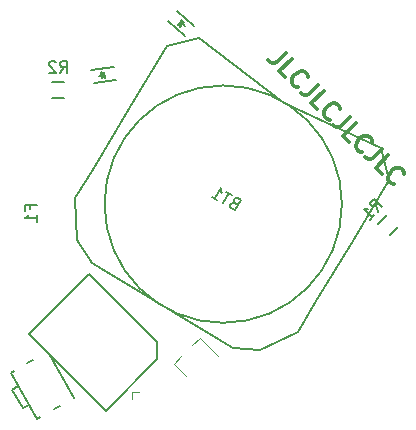
<source format=gbo>
G04 #@! TF.FileFunction,Legend,Bot*
%FSLAX46Y46*%
G04 Gerber Fmt 4.6, Leading zero omitted, Abs format (unit mm)*
G04 Created by KiCad (PCBNEW 4.0.5+dfsg1-4) date Sun Sep 22 01:50:27 2019*
%MOMM*%
%LPD*%
G01*
G04 APERTURE LIST*
%ADD10C,0.100000*%
%ADD11C,0.300000*%
%ADD12C,0.120000*%
%ADD13C,0.150000*%
G04 APERTURE END LIST*
D10*
D11*
X159461598Y-87509922D02*
X158703983Y-88267536D01*
X158501953Y-88368552D01*
X158299922Y-88368552D01*
X158097892Y-88267536D01*
X157996877Y-88166521D01*
X159411091Y-89580735D02*
X158906014Y-89075658D01*
X159966674Y-88014998D01*
X160471751Y-90439365D02*
X160370735Y-90439365D01*
X160168705Y-90338349D01*
X160067689Y-90237334D01*
X159966674Y-90035304D01*
X159966674Y-89833273D01*
X160017181Y-89681751D01*
X160168705Y-89429212D01*
X160320227Y-89277689D01*
X160572766Y-89126166D01*
X160724288Y-89075658D01*
X160926319Y-89075659D01*
X161128350Y-89176674D01*
X161229365Y-89277689D01*
X161330380Y-89479720D01*
X161330380Y-89580736D01*
X162189010Y-90237334D02*
X161431395Y-90994948D01*
X161229365Y-91095964D01*
X161027334Y-91095964D01*
X160825304Y-90994948D01*
X160724289Y-90893933D01*
X162138503Y-92308147D02*
X161633426Y-91803070D01*
X162694086Y-90742410D01*
X163199163Y-93166777D02*
X163098147Y-93166777D01*
X162896117Y-93065761D01*
X162795101Y-92964746D01*
X162694086Y-92762716D01*
X162694086Y-92560685D01*
X162744593Y-92409163D01*
X162896117Y-92156624D01*
X163047639Y-92005101D01*
X163300178Y-91853578D01*
X163451700Y-91803070D01*
X163653731Y-91803071D01*
X163855762Y-91904086D01*
X163956777Y-92005101D01*
X164057792Y-92207132D01*
X164057792Y-92308148D01*
X164916422Y-92964746D02*
X164158807Y-93722360D01*
X163956777Y-93823376D01*
X163754746Y-93823376D01*
X163552716Y-93722360D01*
X163451701Y-93621345D01*
X164865914Y-95035559D02*
X164360838Y-94530482D01*
X165421498Y-93469822D01*
X165926575Y-95894189D02*
X165825559Y-95894189D01*
X165623528Y-95793173D01*
X165522513Y-95692158D01*
X165421498Y-95490128D01*
X165421497Y-95288097D01*
X165472005Y-95136575D01*
X165623528Y-94884036D01*
X165775051Y-94732513D01*
X166027590Y-94580990D01*
X166179112Y-94530482D01*
X166381143Y-94530483D01*
X166583174Y-94631497D01*
X166684189Y-94732513D01*
X166785204Y-94934544D01*
X166785204Y-95035560D01*
X167643834Y-95692158D02*
X166886219Y-96449772D01*
X166684189Y-96550788D01*
X166482158Y-96550788D01*
X166280128Y-96449772D01*
X166179113Y-96348757D01*
X167593326Y-97762971D02*
X167088250Y-97257894D01*
X168148910Y-96197234D01*
X168653987Y-98621601D02*
X168552971Y-98621601D01*
X168350940Y-98520585D01*
X168249925Y-98419570D01*
X168148910Y-98217540D01*
X168148909Y-98015509D01*
X168199417Y-97863987D01*
X168350940Y-97611448D01*
X168502463Y-97459925D01*
X168755002Y-97308402D01*
X168906524Y-97257894D01*
X169108555Y-97257895D01*
X169310585Y-97358909D01*
X169411601Y-97459925D01*
X169512616Y-97661956D01*
X169512616Y-97762971D01*
D12*
X146431000Y-116205000D02*
X146431000Y-116840000D01*
X147066000Y-116205000D02*
X146431000Y-116205000D01*
X149983370Y-113863828D02*
X150640979Y-113206218D01*
X152217828Y-111629370D02*
X151560218Y-112286979D01*
X152217828Y-111629370D02*
X153745178Y-113156721D01*
X149983370Y-113863828D02*
X151015746Y-114896203D01*
D13*
X148608240Y-112021071D02*
X148608240Y-113435285D01*
X148608240Y-113435285D02*
X144224178Y-117819347D01*
X144224178Y-117819347D02*
X137704653Y-111299822D01*
X137704653Y-111299822D02*
X142795822Y-106208653D01*
X142795822Y-106208653D02*
X148608240Y-112021071D01*
X150230884Y-83991609D02*
X151686369Y-85212906D01*
X149523818Y-84834258D02*
X150979302Y-86055555D01*
X150566791Y-84991442D02*
X150911511Y-85280697D01*
X150367792Y-85150814D02*
X150689186Y-84767792D01*
X150528489Y-84959303D02*
X150559303Y-85311511D01*
X150559303Y-85311511D02*
X150880697Y-84928489D01*
X150880697Y-84928489D02*
X150528489Y-84959303D01*
X145072496Y-89801151D02*
X143195888Y-90098376D01*
X144900418Y-88714694D02*
X143023810Y-89011919D01*
X144097538Y-89398713D02*
X143653078Y-89469109D01*
X144107813Y-89143969D02*
X144186031Y-89637813D01*
X144146922Y-89390891D02*
X143860891Y-89183078D01*
X143860891Y-89183078D02*
X143939109Y-89676922D01*
X143939109Y-89676922D02*
X144146922Y-89390891D01*
X136322936Y-116040577D02*
X136842552Y-115740577D01*
X137222936Y-117599423D02*
X136322936Y-116040577D01*
X137396142Y-117499423D02*
X137222936Y-117599423D01*
X137742552Y-117299423D02*
X137396142Y-117499423D01*
X136192552Y-114614744D02*
X136452359Y-114464744D01*
X138442552Y-118511858D02*
X136192552Y-114614744D01*
X138702359Y-118361858D02*
X138442552Y-118511858D01*
X140347808Y-117411858D02*
X139828192Y-117711858D01*
X138097808Y-113514744D02*
X137578192Y-113814744D01*
X141560243Y-116711858D02*
X139310243Y-112814744D01*
X168271744Y-102938850D02*
X168978850Y-102231744D01*
X168024256Y-101277150D02*
X167317150Y-101984256D01*
X139708000Y-91353000D02*
X140708000Y-91353000D01*
X140708000Y-90003000D02*
X139708000Y-90003000D01*
X155027790Y-112506940D02*
X157257163Y-112679848D01*
X143027448Y-105296406D02*
X155027790Y-112506940D01*
X141828152Y-103409163D02*
X143027448Y-105296406D01*
X160516612Y-111138423D02*
X162061726Y-108566921D01*
X141658931Y-99807585D02*
X143204045Y-97236083D01*
X157257163Y-112679848D02*
X160516612Y-111138423D01*
X141658931Y-99807585D02*
X141828152Y-103409163D01*
X159328381Y-91758327D02*
X167557925Y-95536502D01*
X152128913Y-86265817D02*
X159328381Y-91758327D01*
X143204045Y-97236083D02*
X146294274Y-92093079D01*
X165151955Y-103423917D02*
X162061726Y-108566921D01*
X168242183Y-98280913D02*
X165151955Y-103423917D01*
X167557925Y-95536502D02*
X168242183Y-98280913D01*
X149384502Y-86950075D02*
X152128913Y-86265817D01*
X146294274Y-92093079D02*
X149384502Y-86950075D01*
X164227875Y-100330000D02*
G75*
G03X164227875Y-100330000I-10049875J0D01*
G01*
X137850571Y-100758667D02*
X137850571Y-100425333D01*
X138374381Y-100425333D02*
X137374381Y-100425333D01*
X137374381Y-100901524D01*
X138374381Y-101806286D02*
X138374381Y-101234857D01*
X138374381Y-101520571D02*
X137374381Y-101520571D01*
X137517238Y-101425333D01*
X137612476Y-101330095D01*
X137660095Y-101234857D01*
X167242229Y-100966528D02*
X167141214Y-100394107D01*
X167646291Y-100562467D02*
X166939184Y-99855360D01*
X166669809Y-100124734D01*
X166636138Y-100225750D01*
X166636138Y-100293093D01*
X166669809Y-100394108D01*
X166770825Y-100495123D01*
X166871840Y-100528795D01*
X166939183Y-100528795D01*
X167040198Y-100495123D01*
X167309573Y-100225749D01*
X166568794Y-101639963D02*
X166972856Y-101235902D01*
X166770825Y-101437932D02*
X166063719Y-100730825D01*
X166232077Y-100764497D01*
X166366764Y-100764497D01*
X166467779Y-100730825D01*
X140374666Y-89230381D02*
X140708000Y-88754190D01*
X140946095Y-89230381D02*
X140946095Y-88230381D01*
X140565142Y-88230381D01*
X140469904Y-88278000D01*
X140422285Y-88325619D01*
X140374666Y-88420857D01*
X140374666Y-88563714D01*
X140422285Y-88658952D01*
X140469904Y-88706571D01*
X140565142Y-88754190D01*
X140946095Y-88754190D01*
X139993714Y-88325619D02*
X139946095Y-88278000D01*
X139850857Y-88230381D01*
X139612761Y-88230381D01*
X139517523Y-88278000D01*
X139469904Y-88325619D01*
X139422285Y-88420857D01*
X139422285Y-88516095D01*
X139469904Y-88658952D01*
X140041333Y-89230381D01*
X139422285Y-89230381D01*
X155145796Y-100244863D02*
X154998818Y-100212104D01*
X154933474Y-100228396D01*
X154843606Y-100285506D01*
X154770029Y-100407958D01*
X154761795Y-100514119D01*
X154778087Y-100579462D01*
X154835196Y-100669330D01*
X155161737Y-100865536D01*
X155676775Y-100008368D01*
X155391052Y-99836689D01*
X155284891Y-99828455D01*
X155219548Y-99844747D01*
X155129680Y-99901856D01*
X155080629Y-99983491D01*
X155072395Y-100089651D01*
X155088687Y-100154994D01*
X155145796Y-100244863D01*
X155431519Y-100416543D01*
X154942060Y-99566907D02*
X154452250Y-99272599D01*
X154182117Y-100276921D02*
X154697155Y-99419753D01*
X153202497Y-99688305D02*
X153692307Y-99982613D01*
X153447402Y-99835459D02*
X153962440Y-98978292D01*
X153970498Y-99149796D01*
X154003082Y-99280482D01*
X154060191Y-99370350D01*
M02*

</source>
